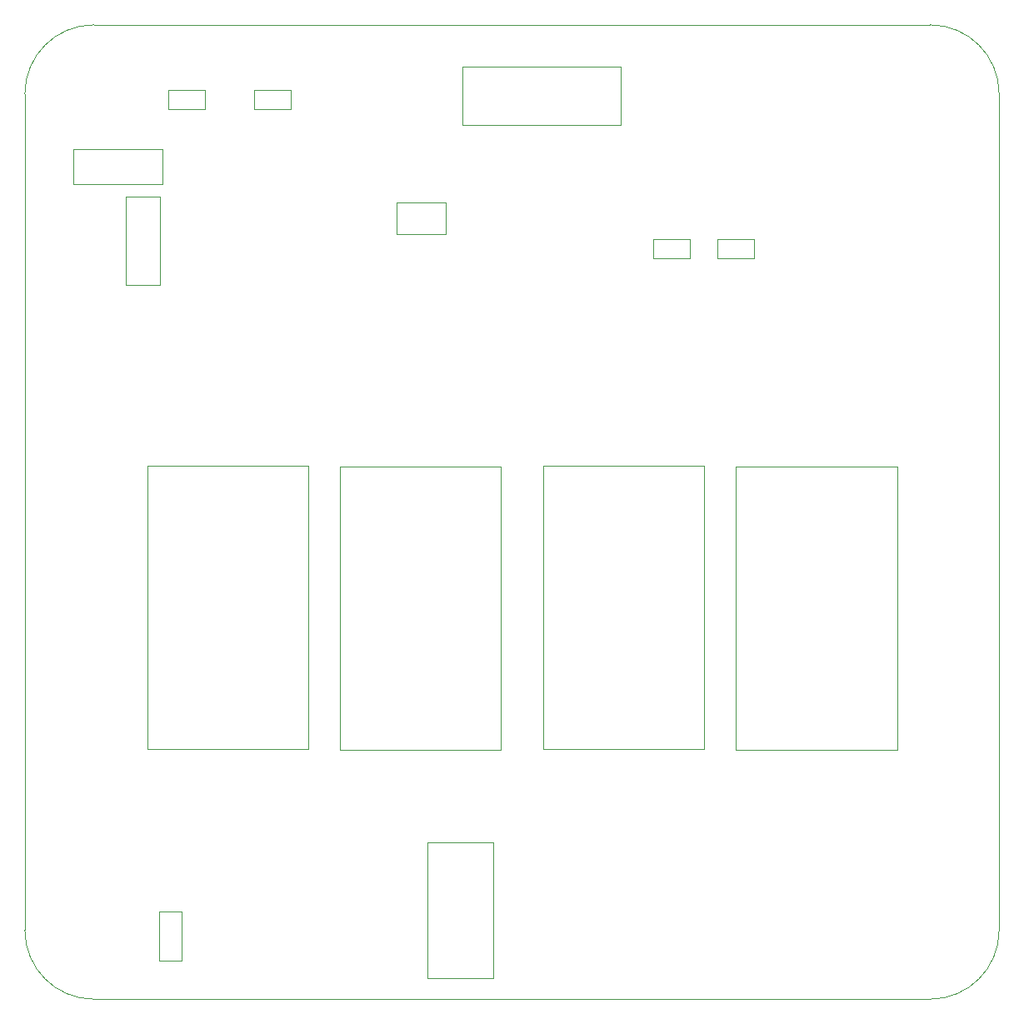
<source format=gbr>
G04 #@! TF.GenerationSoftware,KiCad,Pcbnew,7.0.7+dfsg-1*
G04 #@! TF.CreationDate,2024-09-08T18:38:53+02:00*
G04 #@! TF.ProjectId,evo-cube-pulseboard,65766f2d-6375-4626-952d-70756c736562,rev?*
G04 #@! TF.SameCoordinates,Original*
G04 #@! TF.FileFunction,Other,User*
%FSLAX46Y46*%
G04 Gerber Fmt 4.6, Leading zero omitted, Abs format (unit mm)*
G04 Created by KiCad (PCBNEW 7.0.7+dfsg-1) date 2024-09-08 18:38:53*
%MOMM*%
%LPD*%
G01*
G04 APERTURE LIST*
%ADD10C,0.050000*%
G04 #@! TA.AperFunction,Profile*
%ADD11C,0.100000*%
G04 #@! TD*
G04 APERTURE END LIST*
D10*
X70228200Y-108040800D02*
X63528200Y-108040800D01*
X63528200Y-108040800D02*
X63528200Y-121840800D01*
X70228200Y-121840800D02*
X70228200Y-108040800D01*
X63528200Y-121840800D02*
X70228200Y-121840800D01*
X96727500Y-48724000D02*
X96727500Y-46764000D01*
X96727500Y-46764000D02*
X92967500Y-46764000D01*
X92967500Y-48724000D02*
X96727500Y-48724000D01*
X92967500Y-46764000D02*
X92967500Y-48724000D01*
X51435950Y-98549200D02*
X35035950Y-98549200D01*
X51435950Y-69769200D02*
X51435950Y-98549200D01*
X35035950Y-98549200D02*
X35035950Y-69769200D01*
X35035950Y-69769200D02*
X51435950Y-69769200D01*
X60372700Y-43053200D02*
X60372700Y-46253200D01*
X60372700Y-46253200D02*
X65332700Y-46253200D01*
X65332700Y-43053200D02*
X60372700Y-43053200D01*
X65332700Y-46253200D02*
X65332700Y-43053200D01*
X38513400Y-115109700D02*
X36213400Y-115109700D01*
X36213400Y-115109700D02*
X36213400Y-120069700D01*
X38513400Y-120069700D02*
X38513400Y-115109700D01*
X36213400Y-120069700D02*
X38513400Y-120069700D01*
X36344800Y-42424600D02*
X32844800Y-42424600D01*
X32844800Y-42424600D02*
X32844800Y-51424600D01*
X36344800Y-51424600D02*
X36344800Y-42424600D01*
X32844800Y-51424600D02*
X36344800Y-51424600D01*
X83188200Y-35132200D02*
X67078200Y-35132200D01*
X83188200Y-29282200D02*
X83188200Y-35132200D01*
X67078200Y-35132200D02*
X67078200Y-29282200D01*
X67078200Y-29282200D02*
X83188200Y-29282200D01*
X111241950Y-98650800D02*
X94841950Y-98650800D01*
X111241950Y-69870800D02*
X111241950Y-98650800D01*
X94841950Y-98650800D02*
X94841950Y-69870800D01*
X94841950Y-69870800D02*
X111241950Y-69870800D01*
X70979550Y-98650800D02*
X54579550Y-98650800D01*
X70979550Y-69870800D02*
X70979550Y-98650800D01*
X54579550Y-98650800D02*
X54579550Y-69870800D01*
X54579550Y-69870800D02*
X70979550Y-69870800D01*
X40898300Y-33593600D02*
X40898300Y-31633600D01*
X40898300Y-31633600D02*
X37138300Y-31633600D01*
X37138300Y-33593600D02*
X40898300Y-33593600D01*
X37138300Y-31633600D02*
X37138300Y-33593600D01*
X36554800Y-41145400D02*
X36554800Y-37645400D01*
X36554800Y-37645400D02*
X27554800Y-37645400D01*
X27554800Y-41145400D02*
X36554800Y-41145400D01*
X27554800Y-37645400D02*
X27554800Y-41145400D01*
X45872000Y-31582800D02*
X45872000Y-33542800D01*
X45872000Y-33542800D02*
X49632000Y-33542800D01*
X49632000Y-31582800D02*
X45872000Y-31582800D01*
X49632000Y-33542800D02*
X49632000Y-31582800D01*
X90170400Y-48724000D02*
X90170400Y-46764000D01*
X90170400Y-46764000D02*
X86410400Y-46764000D01*
X86410400Y-48724000D02*
X90170400Y-48724000D01*
X86410400Y-46764000D02*
X86410400Y-48724000D01*
X91655150Y-98600000D02*
X75255150Y-98600000D01*
X91655150Y-69820000D02*
X91655150Y-98600000D01*
X75255150Y-98600000D02*
X75255150Y-69820000D01*
X75255150Y-69820000D02*
X91655150Y-69820000D01*
D11*
X121600000Y-67056000D02*
X121600000Y-117000000D01*
X22600000Y-117000000D02*
X22600000Y-32000000D01*
X29600000Y-25000000D02*
G75*
G03*
X22600000Y-32000000I0J-7000000D01*
G01*
X114600000Y-124000000D02*
G75*
G03*
X121600000Y-117000000I0J7000000D01*
G01*
X29600000Y-25000000D02*
X114600000Y-25000000D01*
X121600000Y-32000000D02*
X121600000Y-67056000D01*
X121600000Y-32000000D02*
G75*
G03*
X114600000Y-25000000I-7000000J0D01*
G01*
X22600000Y-117000000D02*
G75*
G03*
X29600000Y-124000000I7000000J0D01*
G01*
X114600000Y-124000000D02*
X29600000Y-124000000D01*
M02*

</source>
